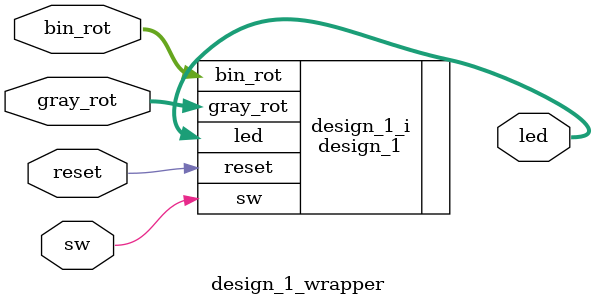
<source format=v>
`timescale 1 ps / 1 ps

module design_1_wrapper
   (bin_rot,
    gray_rot,
    led,
    reset,
    sw);
  input [2:0]bin_rot;
  input [3:0]gray_rot;
  output [3:0]led;
  input reset;
  input sw;

  wire [2:0]bin_rot;
  wire [3:0]gray_rot;
  wire [3:0]led;
  wire reset;
  wire sw;

  design_1 design_1_i
       (.bin_rot(bin_rot),
        .gray_rot(gray_rot),
        .led(led),
        .reset(reset),
        .sw(sw));
endmodule

</source>
